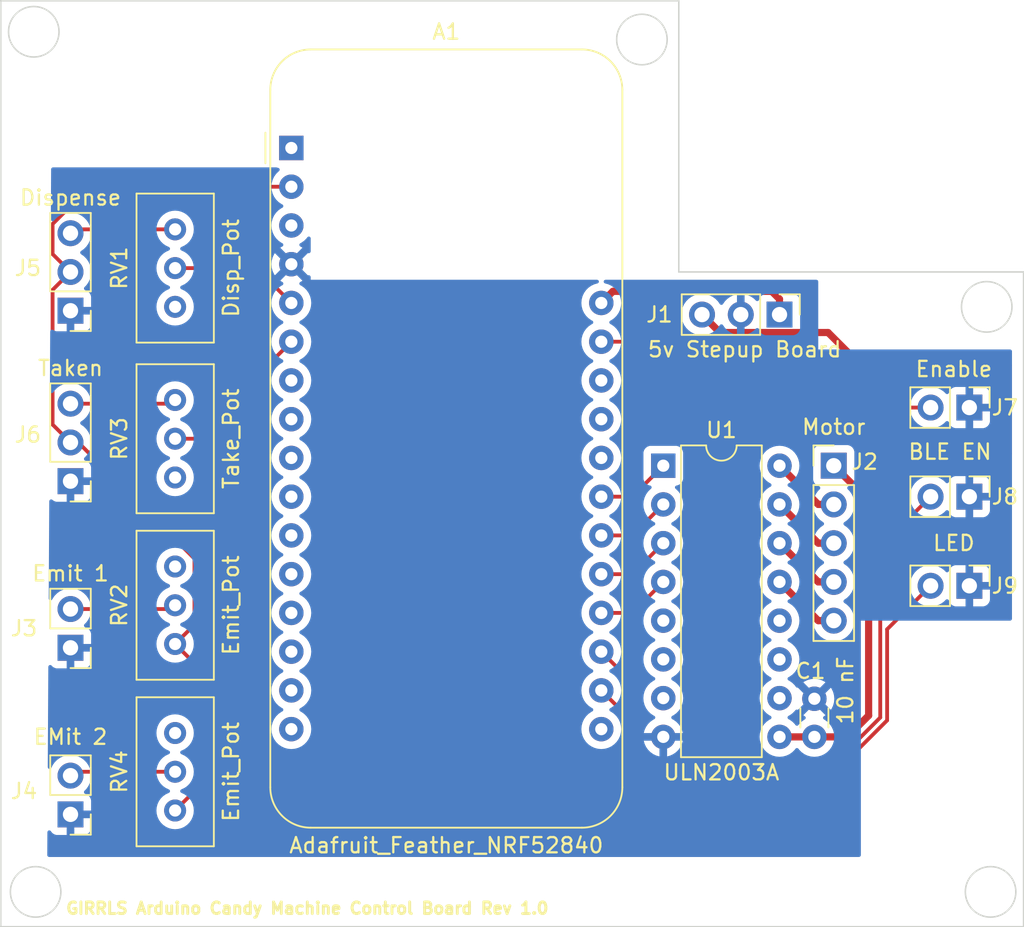
<source format=kicad_pcb>
(kicad_pcb (version 20221018) (generator pcbnew)
  (layers (0 "F.Cu" signal) (31 "B.Cu" signal) (34 "B.Paste" user) (35 "F.Paste" user) (36 "B.SilkS" user "B.Silkscreen") (37 "F.SilkS" user "F.Silkscreen") (38 "B.Mask" user) (39 "F.Mask" user) (44 "Edge.Cuts" user))
  (net 0 "")
  (net 2 "+3V3")
  (net 14 "A0")
  (net 15 "A1")
  (net 16 "D1")
  (net 17 "D9")
  (net 20 "SLC")
  (net 21 "D4")
  (net 22 "Net-(A1-VBAT)")
  (net 24 "Net-(J2-Pin_2)")
  (net 25 "Net-(J2-Pin_3)")
  (net 26 "Net-(J2-Pin_4)")
  (net 27 "Net-(J2-Pin_5)")
  (net 28 "Net-(J3-Pin_2)")
  (net 29 "Net-(J4-Pin_2)")
  (net 30 "Net-(J5-Pin_3)")
  (net 37 "GND")
  (net 38 "Net-(J6-Pin_3)")
  (net 39 "D3")
  (net 40 "D0")
  (net 45 "Net-(J1-Pin_3)")
  (net 47 "Net-(A1-EN)")
  (footprint "Potentiometer_THT:Potentiometer_Bourns_3296W_Vertical" (layer "F.Cu") (at 124.083878 92.975142 90)
    (fp_text reference "RV3" (at -2.54 -3.66 90) (layer "F.SilkS"))
    (fp_text value "Take_Pot" (at -2.54 3.67 90) (layer "F.SilkS"))
    (fp_line (start -7.425 -2.53) (end -7.425 2.54) (stroke (width 0.12)) (layer "F.SilkS"))
    (fp_line (start -7.425 -2.53) (end 2.345 -2.53) (stroke (width 0.12)) (layer "F.SilkS"))
    (fp_line (start -7.425 2.54) (end 2.345 2.54) (stroke (width 0.12)) (layer "F.SilkS"))
    (fp_line (start 2.345 -2.53) (end 2.345 2.54) (stroke (width 0.12)) (layer "F.SilkS"))
    (pad "1" thru_hole circle (at 0 0 90) (size 1.44 1.44) (drill 0.8) (layers "*.Cu" "*.Mask") (net 38 "Net-(J6-Pin_3)"))
    (pad "2" thru_hole circle (at -2.54 0 90) (size 1.44 1.44) (drill 0.8) (layers "*.Cu" "*.Mask") (net 15 "A1"))
    (pad "3" thru_hole circle (at -5.08 0 90) (size 1.44 1.44) (drill 0.8) (layers "*.Cu" "*.Mask"))
  )
  (footprint "Connector_PinHeader_2.54mm:PinHeader_1x02_P2.54mm_Vertical" (layer "F.Cu") (at 117.225878 120.142 180)
    (fp_text reference "J4" (at 3.048 1.524 180) (layer "F.SilkS"))
    (fp_text value "EMit 2" (at 0 5.08 180) (layer "F.SilkS"))
    (fp_line (start -1.33 -1.33) (end 0 -1.33) (stroke (width 0.12)) (layer "F.SilkS"))
    (fp_line (start -1.33 0) (end -1.33 -1.33) (stroke (width 0.12)) (layer "F.SilkS"))
    (fp_line (start -1.33 1.27) (end -1.33 3.87) (stroke (width 0.12)) (layer "F.SilkS"))
    (fp_line (start -1.33 1.27) (end 1.33 1.27) (stroke (width 0.12)) (layer "F.SilkS"))
    (fp_line (start -1.33 3.87) (end 1.33 3.87) (stroke (width 0.12)) (layer "F.SilkS"))
    (fp_line (start 1.33 1.27) (end 1.33 3.87) (stroke (width 0.12)) (layer "F.SilkS"))
    (pad "1" thru_hole rect (at 0 0 180) (size 1.7 1.7) (drill 1) (layers "*.Cu" "*.Mask") (net 37 "GND"))
    (pad "2" thru_hole oval (at 0 2.54 180) (size 1.7 1.7) (drill 1) (layers "*.Cu" "*.Mask") (net 29 "Net-(J4-Pin_2)"))
  )
  (footprint "Connector_PinHeader_2.54mm:PinHeader_1x02_P2.54mm_Vertical" (layer "F.Cu") (at 176.153878 99.314 -90)
    (fp_text reference "J8" (at 0 -2.33) (layer "F.SilkS"))
    (fp_text value "BLE EN" (at -2.943 1.27) (layer "F.SilkS"))
    (fp_line (start -1.33 -1.33) (end 0 -1.33) (stroke (width 0.12)) (layer "F.SilkS"))
    (fp_line (start -1.33 0) (end -1.33 -1.33) (stroke (width 0.12)) (layer "F.SilkS"))
    (fp_line (start -1.33 1.27) (end -1.33 3.87) (stroke (width 0.12)) (layer "F.SilkS"))
    (fp_line (start -1.33 1.27) (end 1.33 1.27) (stroke (width 0.12)) (layer "F.SilkS"))
    (fp_line (start -1.33 3.87) (end 1.33 3.87) (stroke (width 0.12)) (layer "F.SilkS"))
    (fp_line (start 1.33 1.27) (end 1.33 3.87) (stroke (width 0.12)) (layer "F.SilkS"))
    (pad "1" thru_hole rect (at 0 0 270) (size 1.7 1.7) (drill 1) (layers "*.Cu" "*.Mask") (net 37 "GND"))
    (pad "2" thru_hole oval (at 0 2.54 270) (size 1.7 1.7) (drill 1) (layers "*.Cu" "*.Mask") (net 40 "D0"))
  )
  (footprint "Connector_PinHeader_2.54mm:PinHeader_1x02_P2.54mm_Vertical" (layer "F.Cu") (at 117.225878 109.22 180)
    (fp_text reference "J3" (at 3.048 1.27 180) (layer "F.SilkS"))
    (fp_text value "Emit 1" (at 0 4.87 180) (layer "F.SilkS"))
    (fp_line (start -1.33 -1.33) (end 0 -1.33) (stroke (width 0.12)) (layer "F.SilkS"))
    (fp_line (start -1.33 0) (end -1.33 -1.33) (stroke (width 0.12)) (layer "F.SilkS"))
    (fp_line (start -1.33 1.27) (end -1.33 3.87) (stroke (width 0.12)) (layer "F.SilkS"))
    (fp_line (start -1.33 1.27) (end 1.33 1.27) (stroke (width 0.12)) (layer "F.SilkS"))
    (fp_line (start -1.33 3.87) (end 1.33 3.87) (stroke (width 0.12)) (layer "F.SilkS"))
    (fp_line (start 1.33 1.27) (end 1.33 3.87) (stroke (width 0.12)) (layer "F.SilkS"))
    (pad "1" thru_hole rect (at 0 0 180) (size 1.7 1.7) (drill 1) (layers "*.Cu" "*.Mask") (net 37 "GND"))
    (pad "2" thru_hole oval (at 0 2.54 180) (size 1.7 1.7) (drill 1) (layers "*.Cu" "*.Mask") (net 28 "Net-(J3-Pin_2)"))
  )
  (footprint "Potentiometer_THT:Potentiometer_Bourns_3296W_Vertical" (layer "F.Cu") (at 124.083878 114.808 90)
    (fp_text reference "RV4" (at -2.54 -3.66 90) (layer "F.SilkS"))
    (fp_text value "Emit_Pot" (at -2.54 3.67 90) (layer "F.SilkS"))
    (fp_line (start -7.425 -2.53) (end -7.425 2.54) (stroke (width 0.12)) (layer "F.SilkS"))
    (fp_line (start -7.425 -2.53) (end 2.345 -2.53) (stroke (width 0.12)) (layer "F.SilkS"))
    (fp_line (start -7.425 2.54) (end 2.345 2.54) (stroke (width 0.12)) (layer "F.SilkS"))
    (fp_line (start 2.345 -2.53) (end 2.345 2.54) (stroke (width 0.12)) (layer "F.SilkS"))
    (pad "1" thru_hole circle (at 0 0 90) (size 1.44 1.44) (drill 0.8) (layers "*.Cu" "*.Mask"))
    (pad "2" thru_hole circle (at -2.54 0 90) (size 1.44 1.44) (drill 0.8) (layers "*.Cu" "*.Mask") (net 29 "Net-(J4-Pin_2)"))
    (pad "3" thru_hole circle (at -5.08 0 90) (size 1.44 1.44) (drill 0.8) (layers "*.Cu" "*.Mask") (net 2 "+3V3"))
  )
  (footprint "Connector_PinHeader_2.54mm:PinHeader_1x02_P2.54mm_Vertical" (layer "F.Cu") (at 176.153878 93.472 -90)
    (fp_text reference "J7" (at 0 -2.33) (layer "F.SilkS"))
    (fp_text value "Enable" (at -2.52 1.016) (layer "F.SilkS"))
    (fp_line (start -1.33 -1.33) (end 0 -1.33) (stroke (width 0.12)) (layer "F.SilkS"))
    (fp_line (start -1.33 0) (end -1.33 -1.33) (stroke (width 0.12)) (layer "F.SilkS"))
    (fp_line (start -1.33 1.27) (end -1.33 3.87) (stroke (width 0.12)) (layer "F.SilkS"))
    (fp_line (start -1.33 1.27) (end 1.33 1.27) (stroke (width 0.12)) (layer "F.SilkS"))
    (fp_line (start -1.33 3.87) (end 1.33 3.87) (stroke (width 0.12)) (layer "F.SilkS"))
    (fp_line (start 1.33 1.27) (end 1.33 3.87) (stroke (width 0.12)) (layer "F.SilkS"))
    (pad "1" thru_hole rect (at 0 0 270) (size 1.7 1.7) (drill 1) (layers "*.Cu" "*.Mask") (net 37 "GND"))
    (pad "2" thru_hole oval (at 0 2.54 270) (size 1.7 1.7) (drill 1) (layers "*.Cu" "*.Mask") (net 47 "Net-(A1-EN)"))
  )
  (footprint "Module:Adafruit_Feather" (layer "F.Cu") (at 131.703878 76.454)
    (fp_text reference "A1" (at 10.16 -7.62) (layer "F.SilkS"))
    (fp_text value "Adafruit_Feather_NRF52840" (at 10.16 45.72 180) (layer "F.SilkS"))
    (fp_line (start -1.7 1) (end -1.7 -1) (stroke (width 0.12)) (layer "F.SilkS"))
    (fp_line (start -1.38 -3.81) (end -1.38 41.91) (stroke (width 0.12)) (layer "F.SilkS"))
    (fp_line (start 19.05 -6.46) (end 1.27 -6.46) (stroke (width 0.12)) (layer "F.SilkS"))
    (fp_line (start 19.05 44.56) (end 1.27 44.56) (stroke (width 0.12)) (layer "F.SilkS"))
    (fp_line (start 21.7 -3.81) (end 21.7 41.91) (stroke (width 0.12)) (layer "F.SilkS"))
    (fp_arc (start -1.38 -3.81) (mid -0.603833 -5.683833) (end 1.27 -6.46) (stroke (width 0.12)) (layer "F.SilkS"))
    (fp_arc (start 1.27 44.56) (mid -0.603833 43.783833) (end -1.38 41.91) (stroke (width 0.12)) (layer "F.SilkS"))
    (fp_arc (start 19.05 -6.46) (mid 20.923833 -5.683833) (end 21.7 -3.81) (stroke (width 0.12)) (layer "F.SilkS"))
    (fp_arc (start 21.7 41.91) (mid 20.923833 43.783833) (end 19.05 44.56) (stroke (width 0.12)) (layer "F.SilkS"))
    (pad "1" thru_hole rect (at 0 0 180) (size 1.6 1.6) (drill 0.8) (layers "*.Cu" "*.Mask"))
    (pad "2" thru_hole circle (at 0 2.54 180) (size 1.6 1.6) (drill 0.8) (layers "*.Cu" "*.Mask") (net 2 "+3V3"))
    (pad "3" thru_hole circle (at 0 5.08 180) (size 1.6 1.6) (drill 0.8) (layers "*.Cu" "*.Mask"))
    (pad "4" thru_hole circle (at 0 7.62 180) (size 1.6 1.6) (drill 0.8) (layers "*.Cu" "*.Mask") (net 37 "GND"))
    (pad "5" thru_hole circle (at 0 10.16 180) (size 1.6 1.6) (drill 0.8) (layers "*.Cu" "*.Mask") (net 14 "A0"))
    (pad "6" thru_hole circle (at 0 12.7 180) (size 1.6 1.6) (drill 0.8) (layers "*.Cu" "*.Mask") (net 15 "A1"))
    (pad "7" thru_hole circle (at 0 15.24 180) (size 1.6 1.6) (drill 0.8) (layers "*.Cu" "*.Mask"))
    (pad "8" thru_hole circle (at 0 17.78 180) (size 1.6 1.6) (drill 0.8) (layers "*.Cu" "*.Mask"))
    (pad "9" thru_hole circle (at 0 20.32 180) (size 1.6 1.6) (drill 0.8) (layers "*.Cu" "*.Mask"))
    (pad "10" thru_hole circle (at 0 22.86 180) (size 1.6 1.6) (drill 0.8) (layers "*.Cu" "*.Mask"))
    (pad "11" thru_hole circle (at 0 25.4 180) (size 1.6 1.6) (drill 0.8) (layers "*.Cu" "*.Mask"))
    (pad "12" thru_hole circle (at 0 27.94 180) (size 1.6 1.6) (drill 0.8) (layers "*.Cu" "*.Mask"))
    (pad "13" thru_hole circle (at 0 30.48 180) (size 1.6 1.6) (drill 0.8) (layers "*.Cu" "*.Mask"))
    (pad "14" thru_hole circle (at 0 33.02 180) (size 1.6 1.6) (drill 0.8) (layers "*.Cu" "*.Mask"))
    (pad "15" thru_hole circle (at 0 35.56 180) (size 1.6 1.6) (drill 0.8) (layers "*.Cu" "*.Mask"))
    (pad "16" thru_hole circle (at 0 38.1 180) (size 1.6 1.6) (drill 0.8) (layers "*.Cu" "*.Mask"))
    (pad "17" thru_hole circle (at 20.32 38.1 180) (size 1.6 1.6) (drill 0.8) (layers "*.Cu" "*.Mask"))
    (pad "18" thru_hole circle (at 20.32 35.56 180) (size 1.6 1.6) (drill 0.8) (layers "*.Cu" "*.Mask") (net 20 "SLC"))
    (pad "19" thru_hole circle (at 20.32 33.02 180) (size 1.6 1.6) (drill 0.8) (layers "*.Cu" "*.Mask") (net 40 "D0"))
    (pad "20" thru_hole circle (at 20.32 30.48 180) (size 1.6 1.6) (drill 0.8) (layers "*.Cu" "*.Mask") (net 16 "D1"))
    (pad "21" thru_hole circle (at 20.32 27.94 180) (size 1.6 1.6) (drill 0.8) (layers "*.Cu" "*.Mask") (net 17 "D9"))
    (pad "22" thru_hole circle (at 20.32 25.4 180) (size 1.6 1.6) (drill 0.8) (layers "*.Cu" "*.Mask") (net 39 "D3"))
    (pad "23" thru_hole circle (at 20.32 22.86 180) (size 1.6 1.6) (drill 0.8) (layers "*.Cu" "*.Mask") (net 21 "D4"))
    (pad "24" thru_hole circle (at 20.32 20.32 180) (size 1.6 1.6) (drill 0.8) (layers "*.Cu" "*.Mask"))
    (pad "25" thru_hole circle (at 20.32 17.78 180) (size 1.6 1.6) (drill 0.8) (layers "*.Cu" "*.Mask"))
    (pad "26" thru_hole circle (at 20.32 15.24 180) (size 1.6 1.6) (drill 0.8) (layers "*.Cu" "*.Mask"))
    (pad "27" thru_hole circle (at 20.32 12.7 180) (size 1.6 1.6) (drill 0.8) (layers "*.Cu" "*.Mask") (net 47 "Net-(A1-EN)"))
    (pad "28" thru_hole circle (at 20.32 10.16 180) (size 1.6 1.6) (drill 0.8) (layers "*.Cu" "*.Mask") (net 22 "Net-(A1-VBAT)"))
  )
  (footprint "Potentiometer_THT:Potentiometer_Bourns_3296W_Vertical" (layer "F.Cu") (at 124.083878 81.788 90)
    (fp_text reference "RV1" (at -2.54 -3.66 90) (layer "F.SilkS"))
    (fp_text value "Disp_Pot" (at -2.54 3.67 90) (layer "F.SilkS"))
    (fp_line (start -7.425 -2.53) (end -7.425 2.54) (stroke (width 0.12)) (layer "F.SilkS"))
    (fp_line (start -7.425 -2.53) (end 2.345 -2.53) (stroke (width 0.12)) (layer "F.SilkS"))
    (fp_line (start -7.425 2.54) (end 2.345 2.54) (stroke (width 0.12)) (layer "F.SilkS"))
    (fp_line (start 2.345 -2.53) (end 2.345 2.54) (stroke (width 0.12)) (layer "F.SilkS"))
    (pad "1" thru_hole circle (at 0 0 90) (size 1.44 1.44) (drill 0.8) (layers "*.Cu" "*.Mask") (net 30 "Net-(J5-Pin_3)"))
    (pad "2" thru_hole circle (at -2.54 0 90) (size 1.44 1.44) (drill 0.8) (layers "*.Cu" "*.Mask") (net 14 "A0"))
    (pad "3" thru_hole circle (at -5.08 0 90) (size 1.44 1.44) (drill 0.8) (layers "*.Cu" "*.Mask"))
  )
  (footprint "Capacitor_THT:C_Disc_D3.0mm_W1.6mm_P2.50mm" (layer "F.Cu") (at 165.993878 115.062 90)
    (fp_text reference "C1" (at 4.318 -0.254 180) (layer "F.SilkS"))
    (fp_text value "10 nF" (at 3.048 2.032 90) (layer "F.SilkS"))
    (fp_line (start 0.621 -0.92) (end 1.879 -0.92) (stroke (width 0.12)) (layer "F.SilkS"))
    (fp_line (start 0.621 0.92) (end 1.879 0.92) (stroke (width 0.12)) (layer "F.SilkS"))
    (pad "1" thru_hole circle (at 0 0 90) (size 1.6 1.6) (drill 0.8) (layers "*.Cu" "*.Mask") (net 45 "Net-(J1-Pin_3)"))
    (pad "2" thru_hole circle (at 2.5 0 90) (size 1.6 1.6) (drill 0.8) (layers "*.Cu" "*.Mask") (net 37 "GND"))
  )
  (footprint "Connector_PinHeader_2.54mm:PinHeader_1x05_P2.54mm_Vertical" (layer "F.Cu") (at 167.263878 97.282)
    (fp_text reference "J2" (at 2.032 -0.254) (layer "F.SilkS"))
    (fp_text value "Motor" (at 0 -2.54) (layer "F.SilkS"))
    (fp_line (start -1.33 -1.33) (end 0 -1.33) (stroke (width 0.12)) (layer "F.SilkS"))
    (fp_line (start -1.33 0) (end -1.33 -1.33) (stroke (width 0.12)) (layer "F.SilkS"))
    (fp_line (start -1.33 1.27) (end -1.33 11.49) (stroke (width 0.12)) (layer "F.SilkS"))
    (fp_line (start -1.33 1.27) (end 1.33 1.27) (stroke (width 0.12)) (layer "F.SilkS"))
    (fp_line (start -1.33 11.49) (end 1.33 11.49) (stroke (width 0.12)) (layer "F.SilkS"))
    (fp_line (start 1.33 1.27) (end 1.33 11.49) (stroke (width 0.12)) (layer "F.SilkS"))
    (pad "1" thru_hole rect (at 0 0) (size 1.7 1.7) (drill 1) (layers "*.Cu" "*.Mask") (net 45 "Net-(J1-Pin_3)"))
    (pad "2" thru_hole oval (at 0 2.54) (size 1.7 1.7) (drill 1) (layers "*.Cu" "*.Mask") (net 24 "Net-(J2-Pin_2)"))
    (pad "3" thru_hole oval (at 0 5.08) (size 1.7 1.7) (drill 1) (layers "*.Cu" "*.Mask") (net 25 "Net-(J2-Pin_3)"))
    (pad "4" thru_hole oval (at 0 7.62) (size 1.7 1.7) (drill 1) (layers "*.Cu" "*.Mask") (net 26 "Net-(J2-Pin_4)"))
    (pad "5" thru_hole oval (at 0 10.16) (size 1.7 1.7) (drill 1) (layers "*.Cu" "*.Mask") (net 27 "Net-(J2-Pin_5)"))
  )
  (footprint "Package_DIP:DIP-16_W7.62mm" (layer "F.Cu") (at 156.087878 97.282)
    (fp_text reference "U1" (at 3.81 -2.33) (layer "F.SilkS"))
    (fp_text value "ULN2003A" (at 3.81 20.11) (layer "F.SilkS"))
    (fp_line (start 1.16 -1.33) (end 1.16 19.11) (stroke (width 0.12)) (layer "F.SilkS"))
    (fp_line (start 1.16 19.11) (end 6.46 19.11) (stroke (width 0.12)) (layer "F.SilkS"))
    (fp_line (start 2.81 -1.33) (end 1.16 -1.33) (stroke (width 0.12)) (layer "F.SilkS"))
    (fp_line (start 6.46 -1.33) (end 4.81 -1.33) (stroke (width 0.12)) (layer "F.SilkS"))
    (fp_line (start 6.46 19.11) (end 6.46 -1.33) (stroke (width 0.12)) (layer "F.SilkS"))
    (fp_arc (start 4.81 -1.33) (mid 3.81 -0.33) (end 2.81 -1.33) (stroke (width 0.12)) (layer "F.SilkS"))
    (pad "1" thru_hole rect (at 0 0) (size 1.6 1.6) (drill 0.8) (layers "*.Cu" "*.Mask") (net 21 "D4"))
    (pad "2" thru_hole oval (at 0 2.54) (size 1.6 1.6) (drill 0.8) (layers "*.Cu" "*.Mask") (net 39 "D3"))
    (pad "3" thru_hole oval (at 0 5.08) (size 1.6 1.6) (drill 0.8) (layers "*.Cu" "*.Mask") (net 17 "D9"))
    (pad "4" thru_hole oval (at 0 7.62) (size 1.6 1.6) (drill 0.8) (layers "*.Cu" "*.Mask") (net 16 "D1"))
    (pad "5" thru_hole oval (at 0 10.16) (size 1.6 1.6) (drill 0.8) (layers "*.Cu" "*.Mask"))
    (pad "6" thru_hole oval (at 0 12.7) (size 1.6 1.6) (drill 0.8) (layers "*.Cu" "*.Mask"))
    (pad "7" thru_hole oval (at 0 15.24) (size 1.6 1.6) (drill 0.8) (layers "*.Cu" "*.Mask"))
    (pad "8" thru_hole oval (at 0 17.78) (size 1.6 1.6) (drill 0.8) (layers "*.Cu" "*.Mask") (net 37 "GND"))
    (pad "9" thru_hole oval (at 7.62 17.78) (size 1.6 1.6) (drill 0.8) (layers "*.Cu" "*.Mask") (net 45 "Net-(J1-Pin_3)"))
    (pad "10" thru_hole oval (at 7.62 15.24) (size 1.6 1.6) (drill 0.8) (layers "*.Cu" "*.Mask"))
    (pad "11" thru_hole oval (at 7.62 12.7) (size 1.6 1.6) (drill 0.8) (layers "*.Cu" "*.Mask"))
    (pad "12" thru_hole oval (at 7.62 10.16) (size 1.6 1.6) (drill 0.8) (layers "*.Cu" "*.Mask"))
    (pad "13" thru_hole oval (at 7.62 7.62) (size 1.6 1.6) (drill 0.8) (layers "*.Cu" "*.Mask") (net 27 "Net-(J2-Pin_5)"))
    (pad "14" thru_hole oval (at 7.62 5.08) (size 1.6 1.6) (drill 0.8) (layers "*.Cu" "*.Mask") (net 26 "Net-(J2-Pin_4)"))
    (pad "15" thru_hole oval (at 7.62 2.54) (size 1.6 1.6) (drill 0.8) (layers "*.Cu" "*.Mask") (net 25 "Net-(J2-Pin_3)"))
    (pad "16" thru_hole oval (at 7.62 0) (size 1.6 1.6) (drill 0.8) (layers "*.Cu" "*.Mask") (net 24 "Net-(J2-Pin_2)"))
  )
  (footprint "Connector_PinHeader_2.54mm:PinHeader_1x03_P2.54mm_Vertical" (layer "F.Cu") (at 117.225878 98.298 180)
    (fp_text reference "J6" (at 2.794 3.048 180) (layer "F.SilkS"))
    (fp_text value "Taken" (at 0 7.41 180) (layer "F.SilkS"))
    (fp_line (start -1.33 -1.33) (end 0 -1.33) (stroke (width 0.12)) (layer "F.SilkS"))
    (fp_line (start -1.33 0) (end -1.33 -1.33) (stroke (width 0.12)) (layer "F.SilkS"))
    (fp_line (start -1.33 1.27) (end -1.33 6.41) (stroke (width 0.12)) (layer "F.SilkS"))
    (fp_line (start -1.33 1.27) (end 1.33 1.27) (stroke (width 0.12)) (layer "F.SilkS"))
    (fp_line (start -1.33 6.41) (end 1.33 6.41) (stroke (width 0.12)) (layer "F.SilkS"))
    (fp_line (start 1.33 1.27) (end 1.33 6.41) (stroke (width 0.12)) (layer "F.SilkS"))
    (pad "1" thru_hole rect (at 0 0 180) (size 1.7 1.7) (drill 1) (layers "*.Cu" "*.Mask") (net 37 "GND"))
    (pad "2" thru_hole oval (at 0 2.54 180) (size 1.7 1.7) (drill 1) (layers "*.Cu" "*.Mask") (net 2 "+3V3"))
    (pad "3" thru_hole oval (at 0 5.08 180) (size 1.7 1.7) (drill 1) (layers "*.Cu" "*.Mask") (net 38 "Net-(J6-Pin_3)"))
  )
  (footprint "Connector_PinHeader_2.54mm:PinHeader_1x03_P2.54mm_Vertical" (layer "F.Cu") (at 163.707878 87.376 -90)
    (fp_text reference "J1" (at 0 7.874) (layer "F.SilkS"))
    (fp_text value "5v Stepup Board" (at 2.286 2.286) (layer "F.SilkS"))
    (fp_line (start -1.33 -1.33) (end 0 -1.33) (stroke (width 0.12)) (layer "F.SilkS"))
    (fp_line (start -1.33 0) (end -1.33 -1.33) (stroke (width 0.12)) (layer "F.SilkS"))
    (fp_line (start -1.33 1.27) (end -1.33 6.41) (stroke (width 0.12)) (layer "F.SilkS"))
    (fp_line (start -1.33 1.27) (end 1.33 1.27) (stroke (width 0.12)) (layer "F.SilkS"))
    (fp_line (start -1.33 6.41) (end 1.33 6.41) (stroke (width 0.12)) (layer "F.SilkS"))
    (fp_line (start 1.33 1.27) (end 1.33 6.41) (stroke (width 0.12)) (layer "F.SilkS"))
    (pad "1" thru_hole rect (at 0 0 270) (size 1.7 1.7) (drill 1) (layers "*.Cu" "*.Mask") (net 22 "Net-(A1-VBAT)"))
    (pad "2" thru_hole oval (at 0 2.54 270) (size 1.7 1.7) (drill 1) (layers "*.Cu" "*.Mask") (net 37 "GND"))
    (pad "3" thru_hole oval (at 0 5.08 270) (size 1.7 1.7) (drill 1) (layers "*.Cu" "*.Mask") (net 45 "Net-(J1-Pin_3)"))
  )
  (footprint "Connector_PinHeader_2.54mm:PinHeader_1x03_P2.54mm_Vertical" (layer "F.Cu") (at 117.225878 87.122 180)
    (fp_text reference "J5" (at 2.794 2.794 180) (layer "F.SilkS"))
    (fp_text value "Dispense" (at 0 7.41 180) (layer "F.SilkS"))
    (fp_line (start -1.33 -1.33) (end 0 -1.33) (stroke (width 0.12)) (layer "F.SilkS"))
    (fp_line (start -1.33 0) (end -1.33 -1.33) (stroke (width 0.12)) (layer "F.SilkS"))
    (fp_line (start -1.33 1.27) (end -1.33 6.41) (stroke (width 0.12)) (layer "F.SilkS"))
    (fp_line (start -1.33 1.27) (end 1.33 1.27) (stroke (width 0.12)) (layer "F.SilkS"))
    (fp_line (start -1.33 6.41) (end 1.33 6.41) (stroke (width 0.12)) (layer "F.SilkS"))
    (fp_line (start 1.33 1.27) (end 1.33 6.41) (stroke (width 0.12)) (layer "F.SilkS"))
    (pad "1" thru_hole rect (at 0 0 180) (size 1.7 1.7) (drill 1) (layers "*.Cu" "*.Mask") (net 37 "GND"))
    (pad "2" thru_hole oval (at 0 2.54 180) (size 1.7 1.7) (drill 1) (layers "*.Cu" "*.Mask") (net 2 "+3V3"))
    (pad "3" thru_hole oval (at 0 5.08 180) (size 1.7 1.7) (drill 1) (layers "*.Cu" "*.Mask") (net 30 "Net-(J5-Pin_3)"))
  )
  (footprint "Connector_PinHeader_2.54mm:PinHeader_1x02_P2.54mm_Vertical" (layer "F.Cu") (at 176.153878 105.156 -90)
    (fp_text reference "J9" (at 0 -2.33) (layer "F.SilkS"))
    (fp_text value "LED" (at -2.799 1.016) (layer "F.SilkS"))
    (fp_line (start -1.33 -1.33) (end 0 -1.33) (stroke (width 0.12)) (layer "F.SilkS"))
    (fp_line (start -1.33 0) (end -1.33 -1.33) (stroke (width 0.12)) (layer "F.SilkS"))
    (fp_line (start -1.33 1.27) (end -1.33 3.87) (stroke (width 0.12)) (layer "F.SilkS"))
    (fp_line (start -1.33 1.27) (end 1.33 1.27) (stroke (width 0.12)) (layer "F.SilkS"))
    (fp_line (start -1.33 3.87) (end 1.33 3.87) (stroke (width 0.12)) (layer "F.SilkS"))
    (fp_line (start 1.33 1.27) (end 1.33 3.87) (stroke (width 0.12)) (layer "F.SilkS"))
    (pad "1" thru_hole rect (at 0 0 270) (size 1.7 1.7) (drill 1) (layers "*.Cu" "*.Mask") (net 37 "GND"))
    (pad "2" thru_hole oval (at 0 2.54 270) (size 1.7 1.7) (drill 1) (layers "*.Cu" "*.Mask") (net 20 "SLC"))
  )
  (footprint "Potentiometer_THT:Potentiometer_Bourns_3296W_Vertical" (layer "F.Cu") (at 124.083878 103.89157 90)
    (fp_text reference "RV2" (at -2.54 -3.66 90) (layer "F.SilkS"))
    (fp_text value "Emit_Pot" (at -2.54 3.67 90) (layer "F.SilkS"))
    (fp_line (start -7.425 -2.53) (end -7.425 2.54) (stroke (width 0.12)) (layer "F.SilkS"))
    (fp_line (start -7.425 -2.53) (end 2.345 -2.53) (stroke (width 0.12)) (layer "F.SilkS"))
    (fp_line (start -7.425 2.54) (end 2.345 2.54) (stroke (width 0.12)) (layer "F.SilkS"))
    (fp_line (start 2.345 -2.53) (end 2.345 2.54) (stroke (width 0.12)) (layer "F.SilkS"))
    (pad "1" thru_hole circle (at 0 0 90) (size 1.44 1.44) (drill 0.8) (layers "*.Cu" "*.Mask"))
    (pad "2" thru_hole circle (at -2.54 0 90) (size 1.44 1.44) (drill 0.8) (layers "*.Cu" "*.Mask") (net 28 "Net-(J3-Pin_2)"))
    (pad "3" thru_hole circle (at -5.08 0 90) (size 1.44 1.44) (drill 0.8) (layers "*.Cu" "*.Mask") (net 2 "+3V3"))
  )
  (gr_line (start 157.103878 84.582) (end 179.709878 84.582) (stroke (width 0.1)) (layer "Edge.Cuts"))
  (gr_line (start 112.653878 66.802) (end 157.103878 66.802) (stroke (width 0.1)) (layer "Edge.Cuts"))
  (gr_line (start 112.653878 127.508) (end 112.653878 66.802) (stroke (width 0.1)) (layer "Edge.Cuts"))
  (gr_line (start 179.709878 84.582) (end 179.709878 127.508) (stroke (width 0.1)) (layer "Edge.Cuts"))
  (gr_line (start 179.709878 127.508) (end 112.653878 127.508) (stroke (width 0.1)) (layer "Edge.Cuts"))
  (gr_circle (center 177.292 86.868) (end 178.947878 86.868) (stroke (width 0.1)) (fill none) (layer "Edge.Cuts"))
  (gr_line (start 157.103878 66.802) (end 157.103878 84.582) (stroke (width 0.1)) (layer "Edge.Cuts"))
  (gr_circle (center 114.817756 68.834) (end 116.473634 68.834) (stroke (width 0.1)) (fill none) (layer "Edge.Cuts"))
  (gr_circle (center 177.546 125.222) (end 179.201878 125.222) (stroke (width 0.1)) (fill none) (layer "Edge.Cuts"))
  (gr_circle (center 114.939878 125.222) (end 116.595756 125.222) (stroke (width 0.1)) (fill none) (layer "Edge.Cuts"))
  (gr_circle (center 154.686 69.342) (end 156.341878 69.342) (stroke (width 0.1)) (fill none) (layer "Edge.Cuts"))
  (gr_text "GIRRLS Arduino Candy Machine Control Board Rev 1.0" (at 116.84 126.746) (layer "F.SilkS") (effects (font (size 0.762 0.762) (thickness 0.1905) bold) (justify left bottom)))
  (segment (start 125.353878 103.378) (end 125.353878 107.70157) (width 0.25) (layer "F.Cu") (net 2))
  (segment (start 116.050878 85.757) (end 117.225878 84.582) (width 0.25) (layer "F.Cu") (net 2))
  (segment (start 117.225878 84.582) (end 116.050878 83.407) (width 0.25) (layer "F.Cu") (net 2))
  (segment (start 125.353878 107.70157) (end 124.083878 108.97157) (width 0.25) (layer "F.Cu") (net 2))
  (segment (start 124.083878 119.888) (end 125.607878 118.364) (width 0.25) (layer "F.Cu") (net 2))
  (segment (start 116.050878 94.583) (end 116.050878 85.757) (width 0.25) (layer "F.Cu") (net 2))
  (segment (start 117.225878 95.758) (end 117.733878 95.758) (width 0.25) (layer "F.Cu") (net 2))
  (segment (start 117.733878 95.758) (end 125.353878 103.378) (width 0.25) (layer "F.Cu") (net 2))
  (segment (start 125.607878 118.364) (end 125.607878 110.49557) (width 0.25) (layer "F.Cu") (net 2))
  (segment (start 116.050878 83.407) (end 116.050878 81.439) (width 0.25) (layer "F.Cu") (net 2))
  (segment (start 118.495878 78.994) (end 131.703878 78.994) (width 0.25) (layer "F.Cu") (net 2))
  (segment (start 125.607878 110.49557) (end 124.083878 108.97157) (width 0.25) (layer "F.Cu") (net 2))
  (segment (start 116.050878 81.439) (end 118.495878 78.994) (width 0.25) (layer "F.Cu") (net 2))
  (segment (start 117.225878 95.758) (end 116.050878 94.583) (width 0.25) (layer "F.Cu") (net 2))
  (segment (start 129.417878 84.328) (end 131.703878 86.614) (width 0.25) (layer "F.Cu") (net 14))
  (segment (start 124.083878 84.328) (end 129.417878 84.328) (width 0.25) (layer "F.Cu") (net 14))
  (segment (start 125.342736 95.515142) (end 131.703878 89.154) (width 0.25) (layer "F.Cu") (net 15))
  (segment (start 124.083878 95.515142) (end 125.342736 95.515142) (width 0.25) (layer "F.Cu") (net 15))
  (segment (start 152.023878 106.934) (end 154.055878 106.934) (width 0.25) (layer "F.Cu") (net 16))
  (segment (start 154.055878 106.934) (end 156.087878 104.902) (width 0.25) (layer "F.Cu") (net 16))
  (segment (start 152.023878 104.394) (end 154.055878 104.394) (width 0.25) (layer "F.Cu") (net 17))
  (segment (start 154.055878 104.394) (end 156.087878 102.362) (width 0.25) (layer "F.Cu") (net 17))
  (segment (start 170.761878 108.008) (end 173.613878 105.156) (width 0.25) (layer "F.Cu") (net 20))
  (segment (start 165.868274 118.872) (end 170.761878 113.978396) (width 0.25) (layer "F.Cu") (net 20))
  (segment (start 152.023878 112.014) (end 153.801878 113.792) (width 0.25) (layer "F.Cu") (net 20))
  (segment (start 153.801878 113.792) (end 153.801878 116.460396) (width 0.25) (layer "F.Cu") (net 20))
  (segment (start 156.213482 118.872) (end 165.868274 118.872) (width 0.25) (layer "F.Cu") (net 20))
  (segment (start 170.761878 113.978396) (end 170.761878 108.008) (width 0.25) (layer "F.Cu") (net 20))
  (segment (start 153.801878 116.460396) (end 156.213482 118.872) (width 0.25) (layer "F.Cu") (net 20))
  (segment (start 152.023878 99.314) (end 154.055878 99.314) (width 0.25) (layer "F.Cu") (net 21))
  (segment (start 154.055878 99.314) (end 156.087878 97.282) (width 0.25) (layer "F.Cu") (net 21))
  (segment (start 163.707878 86.36) (end 163.199878 85.852) (width 0.4699) (layer "F.Cu") (net 22))
  (segment (start 163.707878 87.376) (end 163.707878 86.36) (width 0.4699) (layer "F.Cu") (net 22))
  (segment (start 163.199878 85.852) (end 152.785878 85.852) (width 0.4699) (layer "F.Cu") (net 22))
  (segment (start 152.785878 85.852) (end 152.023878 86.614) (width 0.4699) (layer "F.Cu") (net 22))
  (segment (start 163.707878 97.282) (end 166.247878 99.822) (width 0.4699) (layer "F.Cu") (net 24))
  (segment (start 166.247878 99.822) (end 167.263878 99.822) (width 0.4699) (layer "F.Cu") (net 24))
  (segment (start 166.247878 102.362) (end 167.263878 102.362) (width 0.4699) (layer "F.Cu") (net 25))
  (segment (start 163.707878 99.822) (end 166.247878 102.362) (width 0.4699) (layer "F.Cu") (net 25))
  (segment (start 163.707878 102.362) (end 166.247878 104.902) (width 0.4699) (layer "F.Cu") (net 26))
  (segment (start 166.247878 104.902) (end 167.263878 104.902) (width 0.4699) (layer "F.Cu") (net 26))
  (segment (start 166.247878 107.442) (end 167.263878 107.442) (width 0.4699) (layer "F.Cu") (net 27))
  (segment (start 163.707878 104.902) (end 166.247878 107.442) (width 0.4699) (layer "F.Cu") (net 27))
  (segment (start 117.225878 106.68) (end 123.835448 106.68) (width 0.25) (layer "F.Cu") (net 28))
  (segment (start 123.835448 106.68) (end 124.083878 106.43157) (width 0.25) (layer "F.Cu") (net 28))
  (segment (start 124.083878 117.348) (end 117.479878 117.348) (width 0.25) (layer "F.Cu") (net 29))
  (segment (start 117.479878 117.348) (end 117.225878 117.602) (width 0.25) (layer "F.Cu") (net 29))
  (segment (start 124.083878 81.788) (end 117.479878 81.788) (width 0.25) (layer "F.Cu") (net 30))
  (segment (start 117.479878 81.788) (end 117.225878 82.042) (width 0.25) (layer "F.Cu") (net 30))
  (segment (start 117.225878 93.218) (end 123.84102 93.218) (width 0.25) (layer "F.Cu") (net 38))
  (segment (start 123.84102 93.218) (end 124.083878 92.975142) (width 0.25) (layer "F.Cu") (net 38))
  (segment (start 152.023878 101.854) (end 154.055878 101.854) (width 0.25) (layer "F.Cu") (net 39))
  (segment (start 154.055878 101.854) (end 156.087878 99.822) (width 0.25) (layer "F.Cu") (net 39))
  (segment (start 165.739878 118.364) (end 156.341878 118.364) (width 0.25) (layer "F.Cu") (net 40))
  (segment (start 154.309878 111.76) (end 152.023878 109.474) (width 0.25) (layer "F.Cu") (net 40))
  (segment (start 154.309878 116.332) (end 154.309878 111.76) (width 0.25) (layer "F.Cu") (net 40))
  (segment (start 173.613878 99.314) (end 170.311878 102.616) (width 0.25) (layer "F.Cu") (net 40))
  (segment (start 156.341878 118.364) (end 154.309878 116.332) (width 0.25) (layer "F.Cu") (net 40))
  (segment (start 170.311878 102.616) (end 170.311878 113.792) (width 0.25) (layer "F.Cu") (net 40))
  (segment (start 170.311878 113.792) (end 165.739878 118.364) (width 0.25) (layer "F.Cu") (net 40))
  (segment (start 178.185878 97.028) (end 172.089878 97.028) (width 0.4699) (layer "F.Cu") (net 45))
  (segment (start 178.693878 96.52) (end 178.185878 97.028) (width 0.4699) (layer "F.Cu") (net 45))
  (segment (start 169.549878 113.663604) (end 168.151482 115.062) (width 0.4699) (layer "F.Cu") (net 45))
  (segment (start 168.151482 115.062) (end 165.993878 115.062) (width 0.4699) (layer "F.Cu") (net 45))
  (segment (start 172.089878 97.028) (end 169.549878 99.568) (width 0.4699) (layer "F.Cu") (net 45))
  (segment (start 169.549878 99.568) (end 169.549878 113.663604) (width 0.4699) (layer "F.Cu") (net 45))
  (segment (start 166.890878 88.551) (end 168.509878 90.17) (width 0.4699) (layer "F.Cu") (net 45))
  (segment (start 178.185878 90.17) (end 178.693878 90.678) (width 0.4699) (layer "F.Cu") (net 45))
  (segment (start 163.707878 115.062) (end 165.993878 115.062) (width 0.4699) (layer "F.Cu") (net 45))
  (segment (start 158.627878 87.376) (end 159.802878 88.551) (width 0.4699) (layer "F.Cu") (net 45))
  (segment (start 159.802878 88.551) (end 166.890878 88.551) (width 0.4699) (layer "F.Cu") (net 45))
  (segment (start 168.509878 90.17) (end 178.185878 90.17) (width 0.4699) (layer "F.Cu") (net 45))
  (segment (start 178.693878 90.678) (end 178.693878 96.52) (width 0.4699) (layer "F.Cu") (net 45))
  (segment (start 167.263878 97.282) (end 169.549878 99.568) (width 0.4699) (layer "F.Cu") (net 45))
  (segment (start 158.119878 93.472) (end 153.801878 89.154) (width 0.25) (layer "F.Cu") (net 47))
  (segment (start 173.613878 93.472) (end 158.119878 93.472) (width 0.25) (layer "F.Cu") (net 47))
  (segment (start 153.801878 89.154) (end 152.023878 89.154) (width 0.25) (layer "F.Cu") (net 47))
  (zone (net 37) (net_name "GND") (layer "B.Cu") (connect_pads (clearance 0.5)) (min_thickness 0.25) (fill yes (thermal_gap 0.5) (thermal_bridge_width 0.5))
    (polygon (pts (xy 115.955878 77.724) (xy 115.701878 122.936) (xy 117.733878 122.936) (xy 117.733878 122.936) (xy 169.041878 122.936) (xy 169.041878 107.442) (xy 178.947878 107.442) (xy 178.947878 89.662) (xy 166.247878 89.662) (xy 166.247878 85.09) (xy 132.973878 85.09) (xy 132.973878 77.724) (xy 132.973878 77.724)))
  )
)
</source>
